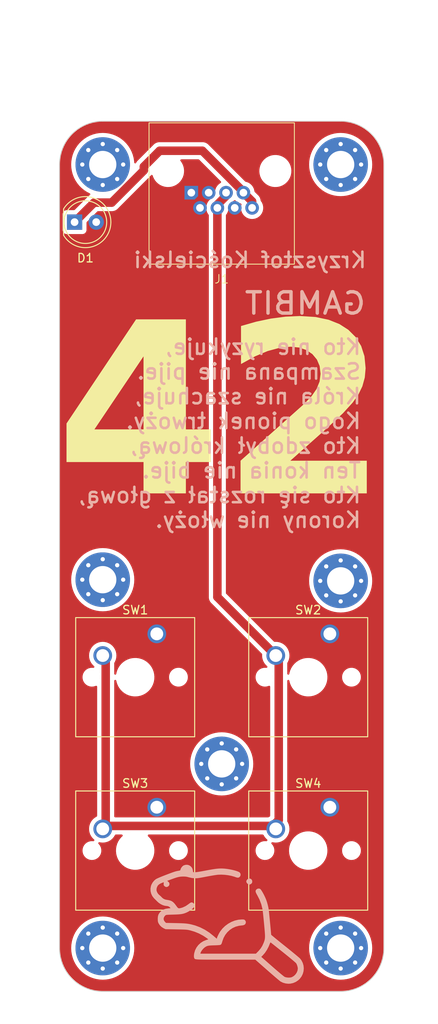
<source format=kicad_pcb>
(kicad_pcb (version 20221018) (generator pcbnew)
  (layers (0 "F.Cu" signal) (31 "B.Cu" signal) (34 "B.Paste" user) (35 "F.Paste" user) (36 "B.SilkS" user "B.Silkscreen") (37 "F.SilkS" user "F.Silkscreen") (38 "B.Mask" user) (39 "F.Mask" user) (44 "Edge.Cuts" user))
  (net 0 "")
  (net 1 "/led_c")
  (net 2 "+5V")
  (net 3 "/button")
  (footprint "Button_Switch_Keyboard:SW_Cherry_MX_1.00u_PCB" (layer "F.Cu") (at 119.38 91.44)
    (fp_text reference "SW2" (at -2.54 -2.794) (layer "F.SilkS"))
    (fp_text value "SW_Push" hide)
    (fp_line (start -9.525 -1.905) (end 4.445 -1.905) (stroke (width 0.12)) (layer "F.SilkS"))
    (fp_line (start -9.525 12.065) (end -9.525 -1.905) (stroke (width 0.12)) (layer "F.SilkS"))
    (fp_line (start 4.445 -1.905) (end 4.445 12.065) (stroke (width 0.12)) (layer "F.SilkS"))
    (fp_line (start 4.445 12.065) (end -9.525 12.065) (stroke (width 0.12)) (layer "F.SilkS"))
    (pad "" np_thru_hole circle (at -7.62 5.08) (size 1.7 1.7) (drill 1.7) (layers "*.Cu" "*.Mask"))
    (pad "" np_thru_hole circle (at -2.54 5.08) (size 4 4) (drill 4) (layers "*.Cu" "*.Mask"))
    (pad "" np_thru_hole circle (at 2.54 5.08) (size 1.7 1.7) (drill 1.7) (layers "*.Cu" "*.Mask"))
    (pad "1" thru_hole circle (at 0 0) (size 2.2 2.2) (drill 1.5) (layers "*.Cu" "*.Mask") (net 2 "+5V"))
    (pad "2" thru_hole circle (at -6.35 2.54) (size 2.2 2.2) (drill 1.5) (layers "*.Cu" "*.Mask") (net 3 "/button"))
  )
  (footprint "LED_THT:LED_D5.0mm" (layer "F.Cu") (at 89.403 43.18)
    (fp_text reference "D1" (at 1.27 4.21) (layer "F.SilkS"))
    (fp_text value "LED")
    (fp_line (start -1.29 -1.545) (end -1.29 1.545) (stroke (width 0.12)) (layer "F.SilkS"))
    (fp_arc (start -1.29 -1.54483) (mid 2.072002 -2.880433) (end 4.26 0.000462) (stroke (width 0.12)) (layer "F.SilkS"))
    (fp_arc (start 4.26 -0.000462) (mid 2.072002 2.880433) (end -1.29 1.54483) (stroke (width 0.12)) (layer "F.SilkS"))
    (fp_circle (center 1.27 0) (end 3.77 0) (stroke (width 0.12)) (fill none) (layer "F.SilkS"))
    (pad "1" thru_hole rect (at 0 0) (size 1.8 1.8) (drill 0.9) (layers "*.Cu" "*.Mask") (net 1 "/led_c"))
    (pad "2" thru_hole circle (at 2.54 0) (size 1.8 1.8) (drill 0.9) (layers "*.Cu" "*.Mask") (net 2 "+5V"))
  )
  (footprint "MountingHole:MountingHole_3.2mm_M3_Pad_Via" (layer "F.Cu") (at 120.65 85.23)
    (fp_text reference "H4" hide)
    (fp_text value "MountingHole_Pad")
    (pad "1" thru_hole circle (at -2.4 0) (size 0.8 0.8) (drill 0.5) (layers "*.Cu" "*.Mask"))
    (pad "1" thru_hole circle (at -1.697056 -1.697056) (size 0.8 0.8) (drill 0.5) (layers "*.Cu" "*.Mask"))
    (pad "1" thru_hole circle (at -1.697056 1.697056) (size 0.8 0.8) (drill 0.5) (layers "*.Cu" "*.Mask"))
    (pad "1" thru_hole circle (at 0 -2.4) (size 0.8 0.8) (drill 0.5) (layers "*.Cu" "*.Mask"))
    (pad "1" thru_hole circle (at 0 0) (size 6.4 6.4) (drill 3.2) (layers "*.Cu" "*.Mask"))
    (pad "1" thru_hole circle (at 0 2.4) (size 0.8 0.8) (drill 0.5) (layers "*.Cu" "*.Mask"))
    (pad "1" thru_hole circle (at 1.697056 -1.697056) (size 0.8 0.8) (drill 0.5) (layers "*.Cu" "*.Mask"))
    (pad "1" thru_hole circle (at 1.697056 1.697056) (size 0.8 0.8) (drill 0.5) (layers "*.Cu" "*.Mask"))
    (pad "1" thru_hole circle (at 2.4 0) (size 0.8 0.8) (drill 0.5) (layers "*.Cu" "*.Mask"))
  )
  (footprint "MountingHole:MountingHole_3.2mm_M3_Pad_Via" (layer "F.Cu") (at 92.71 36.43)
    (fp_text reference "H1" hide)
    (fp_text value "MountingHole_Pad")
    (pad "1" thru_hole circle (at -2.4 0) (size 0.8 0.8) (drill 0.5) (layers "*.Cu" "*.Mask"))
    (pad "1" thru_hole circle (at -1.697056 -1.697056) (size 0.8 0.8) (drill 0.5) (layers "*.Cu" "*.Mask"))
    (pad "1" thru_hole circle (at -1.697056 1.697056) (size 0.8 0.8) (drill 0.5) (layers "*.Cu" "*.Mask"))
    (pad "1" thru_hole circle (at 0 -2.4) (size 0.8 0.8) (drill 0.5) (layers "*.Cu" "*.Mask"))
    (pad "1" thru_hole circle (at 0 0) (size 6.4 6.4) (drill 3.2) (layers "*.Cu" "*.Mask"))
    (pad "1" thru_hole circle (at 0 2.4) (size 0.8 0.8) (drill 0.5) (layers "*.Cu" "*.Mask"))
    (pad "1" thru_hole circle (at 1.697056 -1.697056) (size 0.8 0.8) (drill 0.5) (layers "*.Cu" "*.Mask"))
    (pad "1" thru_hole circle (at 1.697056 1.697056) (size 0.8 0.8) (drill 0.5) (layers "*.Cu" "*.Mask"))
    (pad "1" thru_hole circle (at 2.4 0) (size 0.8 0.8) (drill 0.5) (layers "*.Cu" "*.Mask"))
  )
  (footprint "MountingHole:MountingHole_3.2mm_M3_Pad_Via" (layer "F.Cu") (at 120.65 36.43)
    (fp_text reference "H2" hide)
    (fp_text value "MountingHole_Pad")
    (pad "1" thru_hole circle (at -2.4 0) (size 0.8 0.8) (drill 0.5) (layers "*.Cu" "*.Mask"))
    (pad "1" thru_hole circle (at -1.697056 -1.697056) (size 0.8 0.8) (drill 0.5) (layers "*.Cu" "*.Mask"))
    (pad "1" thru_hole circle (at -1.697056 1.697056) (size 0.8 0.8) (drill 0.5) (layers "*.Cu" "*.Mask"))
    (pad "1" thru_hole circle (at 0 -2.4) (size 0.8 0.8) (drill 0.5) (layers "*.Cu" "*.Mask"))
    (pad "1" thru_hole circle (at 0 0) (size 6.4 6.4) (drill 3.2) (layers "*.Cu" "*.Mask"))
    (pad "1" thru_hole circle (at 0 2.4) (size 0.8 0.8) (drill 0.5) (layers "*.Cu" "*.Mask"))
    (pad "1" thru_hole circle (at 1.697056 -1.697056) (size 0.8 0.8) (drill 0.5) (layers "*.Cu" "*.Mask"))
    (pad "1" thru_hole circle (at 1.697056 1.697056) (size 0.8 0.8) (drill 0.5) (layers "*.Cu" "*.Mask"))
    (pad "1" thru_hole circle (at 2.4 0) (size 0.8 0.8) (drill 0.5) (layers "*.Cu" "*.Mask"))
  )
  (footprint "rj45:rj45_single_RC01374" (layer "F.Cu") (at 106.68 39.0625)
    (fp_text reference "J1" (at 0 10.795 unlocked) (layer "F.SilkS") (effects (font (thickness 0.1))))
    (fp_text value "RJ45")
    (fp_rect (start -8.5344 -7.5184) (end 8.5344 9.0424) (stroke (width 0.1)) (fill none) (layer "F.SilkS"))
    (pad "" np_thru_hole circle (at -6.3 -1.8725) (size 3.25 3.25) (drill 3.25) (layers "*.Cu" "*.Mask"))
    (pad "" np_thru_hole circle (at 6.3 -1.8725) (size 3.25 3.25) (drill 3.25) (layers "*.Cu" "*.Mask"))
    (pad "1" thru_hole roundrect (at -3.57 0.6675 180) (size 1.6 1.6) (drill 0.9) (layers "*.Cu" "*.Mask") (roundrect_rratio 0) (chamfer_ratio 0.25) (chamfer top_left) (net 2 "+5V"))
    (pad "2" thru_hole circle (at -2.55 2.4475 180) (size 1.6 1.6) (drill 0.9) (layers "*.Cu" "*.Mask") (net 2 "+5V"))
    (pad "3" thru_hole circle (at -1.53 0.6675 180) (size 1.6 1.6) (drill 0.9) (layers "*.Cu" "*.Mask") (net 2 "+5V"))
    (pad "4" thru_hole circle (at -0.51 2.4475 180) (size 1.6 1.6) (drill 0.9) (layers "*.Cu" "*.Mask") (net 3 "/button"))
    (pad "5" thru_hole circle (at 0.51 0.6675 180) (size 1.6 1.6) (drill 0.9) (layers "*.Cu" "*.Mask") (net 3 "/button"))
    (pad "6" thru_hole circle (at 1.53 2.4475 180) (size 1.6 1.6) (drill 0.9) (layers "*.Cu" "*.Mask") (net 2 "+5V"))
    (pad "7" thru_hole circle (at 2.55 0.6675 180) (size 1.6 1.6) (drill 0.9) (layers "*.Cu" "*.Mask") (net 1 "/led_c"))
    (pad "8" thru_hole circle (at 3.57 2.4475 180) (size 1.6 1.6) (drill 0.9) (layers "*.Cu" "*.Mask") (net 1 "/led_c"))
  )
  (footprint "MountingHole:MountingHole_3.2mm_M3_Pad_Via" (layer "F.Cu") (at 120.65 128.27)
    (fp_text reference "H6" hide)
    (fp_text value "MountingHole_Pad")
    (pad "1" thru_hole circle (at -2.4 0) (size 0.8 0.8) (drill 0.5) (layers "*.Cu" "*.Mask"))
    (pad "1" thru_hole circle (at -1.697056 -1.697056) (size 0.8 0.8) (drill 0.5) (layers "*.Cu" "*.Mask"))
    (pad "1" thru_hole circle (at -1.697056 1.697056) (size 0.8 0.8) (drill 0.5) (layers "*.Cu" "*.Mask"))
    (pad "1" thru_hole circle (at 0 -2.4) (size 0.8 0.8) (drill 0.5) (layers "*.Cu" "*.Mask"))
    (pad "1" thru_hole circle (at 0 0) (size 6.4 6.4) (drill 3.2) (layers "*.Cu" "*.Mask"))
    (pad "1" thru_hole circle (at 0 2.4) (size 0.8 0.8) (drill 0.5) (layers "*.Cu" "*.Mask"))
    (pad "1" thru_hole circle (at 1.697056 -1.697056) (size 0.8 0.8) (drill 0.5) (layers "*.Cu" "*.Mask"))
    (pad "1" thru_hole circle (at 1.697056 1.697056) (size 0.8 0.8) (drill 0.5) (layers "*.Cu" "*.Mask"))
    (pad "1" thru_hole circle (at 2.4 0) (size 0.8 0.8) (drill 0.5) (layers "*.Cu" "*.Mask"))
  )
  (footprint "MountingHole:MountingHole_3.2mm_M3_Pad_Via" (layer "F.Cu") (at 92.71 85.09)
    (fp_text reference "H3" hide)
    (fp_text value "MountingHole_Pad")
    (pad "1" thru_hole circle (at -2.4 0) (size 0.8 0.8) (drill 0.5) (layers "*.Cu" "*.Mask"))
    (pad "1" thru_hole circle (at -1.697056 -1.697056) (size 0.8 0.8) (drill 0.5) (layers "*.Cu" "*.Mask"))
    (pad "1" thru_hole circle (at -1.697056 1.697056) (size 0.8 0.8) (drill 0.5) (layers "*.Cu" "*.Mask"))
    (pad "1" thru_hole circle (at 0 -2.4) (size 0.8 0.8) (drill 0.5) (layers "*.Cu" "*.Mask"))
    (pad "1" thru_hole circle (at 0 0) (size 6.4 6.4) (drill 3.2) (layers "*.Cu" "*.Mask"))
    (pad "1" thru_hole circle (at 0 2.4) (size 0.8 0.8) (drill 0.5) (layers "*.Cu" "*.Mask"))
    (pad "1" thru_hole circle (at 1.697056 -1.697056) (size 0.8 0.8) (drill 0.5) (layers "*.Cu" "*.Mask"))
    (pad "1" thru_hole circle (at 1.697056 1.697056) (size 0.8 0.8) (drill 0.5) (layers "*.Cu" "*.Mask"))
    (pad "1" thru_hole circle (at 2.4 0) (size 0.8 0.8) (drill 0.5) (layers "*.Cu" "*.Mask"))
  )
  (footprint "Button_Switch_Keyboard:SW_Cherry_MX_1.00u_PCB" (layer "F.Cu") (at 99.06 111.76)
    (fp_text reference "SW3" (at -2.54 -2.794) (layer "F.SilkS"))
    (fp_text value "SW_Push" hide)
    (fp_line (start -9.525 -1.905) (end 4.445 -1.905) (stroke (width 0.12)) (layer "F.SilkS"))
    (fp_line (start -9.525 12.065) (end -9.525 -1.905) (stroke (width 0.12)) (layer "F.SilkS"))
    (fp_line (start 4.445 -1.905) (end 4.445 12.065) (stroke (width 0.12)) (layer "F.SilkS"))
    (fp_line (start 4.445 12.065) (end -9.525 12.065) (stroke (width 0.12)) (layer "F.SilkS"))
    (pad "" np_thru_hole circle (at -7.62 5.08) (size 1.7 1.7) (drill 1.7) (layers "*.Cu" "*.Mask"))
    (pad "" np_thru_hole circle (at -2.54 5.08) (size 4 4) (drill 4) (layers "*.Cu" "*.Mask"))
    (pad "" np_thru_hole circle (at 2.54 5.08) (size 1.7 1.7) (drill 1.7) (layers "*.Cu" "*.Mask"))
    (pad "1" thru_hole circle (at 0 0) (size 2.2 2.2) (drill 1.5) (layers "*.Cu" "*.Mask") (net 2 "+5V"))
    (pad "2" thru_hole circle (at -6.35 2.54) (size 2.2 2.2) (drill 1.5) (layers "*.Cu" "*.Mask") (net 3 "/button"))
  )
  (footprint "Button_Switch_Keyboard:SW_Cherry_MX_1.00u_PCB" (layer "F.Cu") (at 99.06 91.44)
    (fp_text reference "SW1" (at -2.54 -2.794) (layer "F.SilkS"))
    (fp_text value "SW_Push" hide)
    (fp_line (start -9.525 -1.905) (end 4.445 -1.905) (stroke (width 0.12)) (layer "F.SilkS"))
    (fp_line (start -9.525 12.065) (end -9.525 -1.905) (stroke (width 0.12)) (layer "F.SilkS"))
    (fp_line (start 4.445 -1.905) (end 4.445 12.065) (stroke (width 0.12)) (layer "F.SilkS"))
    (fp_line (start 4.445 12.065) (end -9.525 12.065) (stroke (width 0.12)) (layer "F.SilkS"))
    (pad "" np_thru_hole circle (at -7.62 5.08) (size 1.7 1.7) (drill 1.7) (layers "*.Cu" "*.Mask"))
    (pad "" np_thru_hole circle (at -2.54 5.08) (size 4 4) (drill 4) (layers "*.Cu" "*.Mask"))
    (pad "" np_thru_hole circle (at 2.54 5.08) (size 1.7 1.7) (drill 1.7) (layers "*.Cu" "*.Mask"))
    (pad "1" thru_hole circle (at 0 0) (size 2.2 2.2) (drill 1.5) (layers "*.Cu" "*.Mask") (net 2 "+5V"))
    (pad "2" thru_hole circle (at -6.35 2.54) (size 2.2 2.2) (drill 1.5) (layers "*.Cu" "*.Mask") (net 3 "/button"))
  )
  (footprint "Button_Switch_Keyboard:SW_Cherry_MX_1.00u_PCB" (layer "F.Cu") (at 119.38 111.76)
    (fp_text reference "SW4" (at -2.54 -2.794) (layer "F.SilkS"))
    (fp_text value "SW_Push" hide)
    (fp_line (start -9.525 -1.905) (end 4.445 -1.905) (stroke (width 0.12)) (layer "F.SilkS"))
    (fp_line (start -9.525 12.065) (end -9.525 -1.905) (stroke (width 0.12)) (layer "F.SilkS"))
    (fp_line (start 4.445 -1.905) (end 4.445 12.065) (stroke (width 0.12)) (layer "F.SilkS"))
    (fp_line (start 4.445 12.065) (end -9.525 12.065) (stroke (width 0.12)) (layer "F.SilkS"))
    (pad "" np_thru_hole circle (at -7.62 5.08) (size 1.7 1.7) (drill 1.7) (layers "*.Cu" "*.Mask"))
    (pad "" np_thru_hole circle (at -2.54 5.08) (size 4 4) (drill 4) (layers "*.Cu" "*.Mask"))
    (pad "" np_thru_hole circle (at 2.54 5.08) (size 1.7 1.7) (drill 1.7) (layers "*.Cu" "*.Mask"))
    (pad "1" thru_hole circle (at 0 0) (size 2.2 2.2) (drill 1.5) (layers "*.Cu" "*.Mask") (net 2 "+5V"))
    (pad "2" thru_hole circle (at -6.35 2.54) (size 2.2 2.2) (drill 1.5) (layers "*.Cu" "*.Mask") (net 3 "/button"))
  )
  (footprint "MountingHole:MountingHole_3.2mm_M3_Pad_Via" (layer "F.Cu") (at 92.71 128.27)
    (fp_text reference "H5" hide)
    (fp_text value "MountingHole_Pad")
    (pad "1" thru_hole circle (at -2.4 0) (size 0.8 0.8) (drill 0.5) (layers "*.Cu" "*.Mask"))
    (pad "1" thru_hole circle (at -1.697056 -1.697056) (size 0.8 0.8) (drill 0.5) (layers "*.Cu" "*.Mask"))
    (pad "1" thru_hole circle (at -1.697056 1.697056) (size 0.8 0.8) (drill 0.5) (layers "*.Cu" "*.Mask"))
    (pad "1" thru_hole circle (at 0 -2.4) (size 0.8 0.8) (drill 0.5) (layers "*.Cu" "*.Mask"))
    (pad "1" thru_hole circle (at 0 0) (size 6.4 6.4) (drill 3.2) (layers "*.Cu" "*.Mask"))
    (pad "1" thru_hole circle (at 0 2.4) (size 0.8 0.8) (drill 0.5) (layers "*.Cu" "*.Mask"))
    (pad "1" thru_hole circle (at 1.697056 -1.697056) (size 0.8 0.8) (drill 0.5) (layers "*.Cu" "*.Mask"))
    (pad "1" thru_hole circle (at 1.697056 1.697056) (size 0.8 0.8) (drill 0.5) (layers "*.Cu" "*.Mask"))
    (pad "1" thru_hole circle (at 2.4 0) (size 0.8 0.8) (drill 0.5) (layers "*.Cu" "*.Mask"))
  )
  (footprint "MountingHole:MountingHole_3.2mm_M3_Pad_Via" (layer "F.Cu") (at 106.68 106.68)
    (fp_text reference "H7" hide)
    (fp_text value "MountingHole_Pad")
    (pad "1" thru_hole circle (at -2.4 0) (size 0.8 0.8) (drill 0.5) (layers "*.Cu" "*.Mask"))
    (pad "1" thru_hole circle (at -1.697056 -1.697056) (size 0.8 0.8) (drill 0.5) (layers "*.Cu" "*.Mask"))
    (pad "1" thru_hole circle (at -1.697056 1.697056) (size 0.8 0.8) (drill 0.5) (layers "*.Cu" "*.Mask"))
    (pad "1" thru_hole circle (at 0 -2.4) (size 0.8 0.8) (drill 0.5) (layers "*.Cu" "*.Mask"))
    (pad "1" thru_hole circle (at 0 0) (size 6.4 6.4) (drill 3.2) (layers "*.Cu" "*.Mask"))
    (pad "1" thru_hole circle (at 0 2.4) (size 0.8 0.8) (drill 0.5) (layers "*.Cu" "*.Mask"))
    (pad "1" thru_hole circle (at 1.697056 -1.697056) (size 0.8 0.8) (drill 0.5) (layers "*.Cu" "*.Mask"))
    (pad "1" thru_hole circle (at 1.697056 1.697056) (size 0.8 0.8) (drill 0.5) (layers "*.Cu" "*.Mask"))
    (pad "1" thru_hole circle (at 2.4 0) (size 0.8 0.8) (drill 0.5) (layers "*.Cu" "*.Mask"))
  )
  (footprint "LOGO" (layer "B.Cu") (at 107.315 125.476 180)
    (fp_text reference "G***" hide)
    (fp_text value "LOGO" hide)
    (fp_poly (pts (xy -2.473745 5.329351) (xy -2.374291 5.258793) (xy -2.293994 5.151854) (xy -2.253186 5.037463) (xy -2.251524 5.013158) (xy -2.279353 4.904643) (xy -2.349697 4.792977) (xy -2.442839 4.707843) (xy -2.461453 4.697133) (xy -2.565005 4.653361) (xy -2.648851 4.65195) (xy -2.749497 4.692945) (xy -2.758304 4.697503) (xy -2.876906 4.780853) (xy -2.937885 4.88658) (xy -2.954006 5.017156) (xy -2.924912 5.164193) (xy -2.844405 5.276048) (xy -2.726399 5.343677) (xy -2.584806 5.358036)) (fill solid) (layer "B.SilkS"))
    (fp_poly (pts (xy 5.068676 6.910411) (xy 5.128186 6.882376) (xy 5.24535 6.793424) (xy 5.356038 6.663205) (xy 5.440014 6.518918) (xy 5.473111 6.418808) (xy 5.487789 6.358096) (xy 5.514481 6.319932) (xy 5.569466 6.294843) (xy 5.669021 6.273352) (xy 5.74574 6.260129) (xy 5.847457 6.241759) (xy 5.94632 6.22052) (xy 6.050784 6.193604) (xy 6.169303 6.158199) (xy 6.310333 6.111496) (xy 6.482327 6.050684) (xy 6.69374 5.972955) (xy 6.953026 5.875497) (xy 7.268641 5.755501) (xy 7.299861 5.74359) (xy 7.551721 5.645477) (xy 7.789361 5.549131) (xy 8.001901 5.45924) (xy 8.17846 5.380492) (xy 8.308156 5.317575) (xy 8.369125 5.282943) (xy 8.573332 5.111337) (xy 8.751001 4.889883) (xy 8.888068 4.637977) (xy 8.940743 4.494502) (xy 8.997979 4.18914) (xy 8.989322 3.88121) (xy 8.917824 3.582188) (xy 8.786538 3.303547) (xy 8.598516 3.056762) (xy 8.543817 3.002157) (xy 8.424563 2.886946) (xy 8.301121 2.763829) (xy 8.221805 2.682049) (xy 8.025601 2.506597) (xy 7.799604 2.356624) (xy 7.561314 2.240815) (xy 7.32823 2.167852) (xy 7.141531 2.145984) (xy 6.967591 2.123548) (xy 6.816503 2.062223) (xy 6.709885 1.970982) (xy 6.705551 1.965005) (xy 6.647336 1.882133) (xy 6.92759 1.856015) (xy 7.2188 1.810893) (xy 7.459041 1.731709) (xy 7.66165 1.612955) (xy 7.793032 1.498537) (xy 7.950252 1.322219) (xy 8.055008 1.152873) (xy 8.115954 0.969176) (xy 8.141742 0.749806) (xy 8.144183 0.633241) (xy 8.141673 0.465388) (xy 8.13128 0.344321) (xy 8.108708 0.246556) (xy 8.069658 0.14861) (xy 8.046717 0.100562) (xy 7.900948 -0.122101) (xy 7.701384 -0.317075) (xy 7.463357 -0.469788) (xy 7.429153 -0.486354) (xy 7.229501 -0.579423) (xy 5.980609 -0.602194) (xy 5.646298 -0.60854) (xy 5.373276 -0.614575) (xy 5.152482 -0.620921) (xy 4.97485 -0.6282) (xy 4.831317 -0.637034) (xy 4.712821 -0.648047) (xy 4.610296 -0.66186) (xy 4.51468 -0.679095) (xy 4.416909 -0.700375) (xy 4.361832 -0.713335) (xy 3.824224 -0.872107) (xy 3.302456 -1.085379) (xy 2.812877 -1.345676) (xy 2.447841 -1.588282) (xy 2.204407 -1.767408) (xy 2.455018 -1.846864) (xy 2.802749 -1.99178) (xy 3.112544 -2.190727) (xy 3.37895 -2.437065) (xy 3.596514 -2.724153) (xy 3.759781 -3.045351) (xy 3.863299 -3.394018) (xy 3.893053 -3.59789) (xy 3.89833 -3.798155) (xy 3.870914 -3.937445) (xy 3.869787 -3.940211) (xy 3.856642 -3.974242) (xy 3.844345 -4.004411) (xy 3.828815 -4.030951) (xy 3.805975 -4.054094) (xy 3.771744 -4.07407) (xy 3.722043 -4.091114) (xy 3.652795 -4.105456) (xy 3.559919 -4.117328) (xy 3.439336 -4.126963) (xy 3.286967 -4.134592) (xy 3.098734 -4.140448) (xy 2.870557 -4.144762) (xy 2.598357 -4.147766) (xy 2.278055 -4.149693) (xy 1.905572 -4.150774) (xy 1.476829 -4.151241) (xy 0.987746 -4.151326) (xy 0.434245 -4.151262) (xy 0.159003 -4.151246) (xy -3.309034 -4.151246) (xy -4.700182 -5.373753) (xy -4.972583 -5.612295) (xy -5.234297 -5.839881) (xy -5.479593 -6.051632) (xy -5.702736 -6.242674) (xy -5.897994 -6.408129) (xy -6.059634 -6.543121) (xy -6.181923 -6.642773) (xy -6.259127 -6.702209) (xy -6.273435 -6.711977) (xy -6.551898 -6.85056) (xy -6.864338 -6.939531) (xy -7.19086 -6.974535) (xy -7.423774 -6.963843) (xy -7.754493 -6.891635) (xy -8.069447 -6.757025) (xy -8.353626 -6.567665) (xy -8.534622 -6.397508) (xy -8.740882 -6.123245) (xy -8.888053 -5.821753) (xy -8.975975 -5.502441) (xy -9.003241 -5.189058) (xy -8.302493 -5.189058) (xy -8.269069 -5.430036) (xy -8.175226 -5.663935) (xy -8.030608 -5.877217) (xy -7.844859 -6.056345) (xy -7.627623 -6.187785) (xy -7.575595 -6.209326) (xy -7.415527 -6.245594) (xy -7.219606 -6.254636) (xy -7.016203 -6.237966) (xy -6.833688 -6.197098) (xy -6.753664 -6.165434) (xy -6.695613 -6.126885) (xy -6.590828 -6.04654) (xy -6.445196 -5.929311) (xy -6.264604 -5.780108) (xy -6.05494 -5.603844) (xy -5.822091 -5.405428) (xy -5.571943 -5.189772) (xy -5.310385 -4.961787) (xy -5.302749 -4.955094) (xy -4.011052 -3.822679) (xy -4.175149 -3.661547) (xy -4.437143 -3.363263) (xy -4.674545 -3.010903) (xy -4.878397 -2.618989) (xy -4.995443 -2.331361) (xy -5.047074 -2.207519) (xy -5.089985 -2.142494) (xy -5.114368 -2.135755) (xy -5.148731 -2.16167) (xy -5.232777 -2.227359) (xy -5.361242 -2.328646) (xy -5.528863 -2.461358) (xy -5.730377 -2.621318) (xy -5.960522 -2.804353) (xy -6.214033 -3.006286) (xy -6.485647 -3.222942) (xy -6.596261 -3.311258) (xy -6.894249 -3.550374) (xy -7.170883 -3.774586) (xy -7.421363 -3.979869) (xy -7.640888 -4.162202) (xy -7.824658 -4.31756) (xy -7.967872 -4.441923) (xy -8.06573 -4.531267) (xy -8.11343 -4.581569) (xy -8.115039 -4.583948) (xy -8.184054 -4.720636) (xy -8.244697 -4.888702) (xy -8.287362 -5.05714) (xy -8.302493 -5.189058) (xy -9.003241 -5.189058) (xy -9.004489 -5.174717) (xy -8.973436 -4.847987) (xy -8.882657 -4.531661) (xy -8.731992 -4.235145) (xy -8.574769 -4.025904) (xy -8.5202 -3.973146) (xy -8.415846 -3.881237) (xy -8.267127 -3.754653) (xy -8.079462 -3.597869) (xy -7.858269 -3.415361) (xy -7.608968 -3.211604) (xy -7.336977 -2.991073) (xy -7.047716 -2.758243) (xy -6.798546 -2.558981) (xy -6.504713 -2.32415) (xy -6.227937 -2.101894) (xy -5.973021 -1.896139) (xy -5.744769 -1.710815) (xy -5.547986 -1.54985) (xy -5.387475 -1.417172) (xy -5.268041 -1.31671) (xy -5.194487 -1.252391) (xy -5.171468 -1.228478) (xy -5.168089 -1.172098) (xy -5.158553 -1.055057) (xy -5.143762 -0.8867) (xy -5.124617 -0.676373) (xy -5.102022 -0.433421) (xy -5.076877 -0.167187) (xy -5.050086 0.112982) (xy -5.022549 0.397743) (xy -4.99517 0.67775) (xy -4.96885 0.943658) (xy -4.944491 1.186123) (xy -4.922995 1.3958) (xy -4.905264 1.563344) (xy -4.8922 1.67941) (xy -4.886493 1.723823) (xy -4.836056 2.000143) (xy -4.764043 2.305177) (xy -4.67909 2.60551) (xy -4.593226 2.858783) (xy -4.509423 3.064235) (xy -4.410885 3.279556) (xy -4.303832 3.493611) (xy -4.194485 3.695269) (xy -4.089063 3.873397) (xy -3.993787 4.016861) (xy -3.914876 4.114528) (xy -3.871679 4.150244) (xy -3.730128 4.189004) (xy -3.582646 4.168461) (xy -3.454216 4.092517) (xy -3.44494 4.083593) (xy -3.375512 3.996912) (xy -3.343967 3.905044) (xy -3.351812 3.79665) (xy -3.400556 3.660394) (xy -3.491706 3.484938) (xy -3.534332 3.411448) (xy -3.804968 2.887884) (xy -4.010131 2.345442) (xy -4.147734 1.789849) (xy -4.168008 1.671053) (xy -4.182516 1.564387) (xy -4.202297 1.397532) (xy -4.226311 1.180375) (xy -4.253515 0.922804) (xy -4.282868 0.634705) (xy -4.313328 0.325967) (xy -4.343854 0.006476) (xy -4.347759 -0.03518) (xy -4.382915 -0.414919) (xy -4.410923 -0.73271) (xy -4.431572 -0.996621) (xy -4.444656 -1.214722) (xy -4.449964 -1.395081) (xy -4.44729 -1.545768) (xy -4.436423 -1.67485) (xy -4.417156 -1.790396) (xy -4.38928 -1.900476) (xy -4.352587 -2.013159) (xy -4.306867 -2.136512) (xy -4.292487 -2.173889) (xy -4.137977 -2.518529) (xy -3.953919 -2.818334) (xy -3.724881 -3.097402) (xy -3.652683 -3.172976) (xy -3.382789 -3.447645) (xy -0.122068 -3.447645) (xy 3.138652 -3.447645) (xy 3.115778 -3.3509) (xy 3.066042 -3.228951) (xy 2.975731 -3.083535) (xy 2.859709 -2.934506) (xy 2.732842 -2.80172) (xy 2.656094 -2.736888) (xy 2.540894 -2.654768) (xy 2.433184 -2.592468) (xy 2.320209 -2.546997) (xy 2.189211 -2.515363) (xy 2.027435 -2.494576) (xy 1.822123 -2.481643) (xy 1.56052 -2.473574) (xy 1.530332 -2.47291) (xy 1.319337 -2.466409) (xy 1.12676 -2.4568) (xy 0.966113 -2.445044) (xy 0.850906 -2.4321) (xy 0.799001 -2.420959) (xy 0.734333 -2.387926) (xy 0.684381 -2.338062) (xy 0.641419 -2.257683) (xy 0.597719 -2.133105) (xy 0.557076 -1.992579) (xy 0.414987 -1.602123) (xy 0.217779 -1.247318) (xy -0.02864 -0.93314) (xy -0.318363 -0.664565) (xy -0.645481 -0.446568) (xy -1.004086 -0.284127) (xy -1.388269 -0.182217) (xy -1.627971 -0.152242) (xy -1.831605 -0.129379) (xy -1.978079 -0.091928) (xy -2.080013 -0.034346) (xy -2.150025 0.048915) (xy -2.169647 0.085828) (xy -2.20665 0.232364) (xy -2.17386 0.37015) (xy -2.093382 0.477961) (xy -2.042479 0.521206) (xy -1.98402 0.546753) (xy -1.898587 0.559111) (xy -1.766761 0.562789) (xy -1.727722 0.562881) (xy -1.313552 0.528791) (xy -0.900631 0.429962) (xy -0.498236 0.271555) (xy -0.115642 0.058733) (xy 0.237875 -0.203344) (xy 0.553039 -0.509513) (xy 0.820575 -0.854612) (xy 0.821161 -0.855496) (xy 0.899283 -0.982774) (xy 0.981453 -1.132007) (xy 1.05993 -1.28713) (xy 1.126971 -1.432077) (xy 1.174834 -1.550785) (xy 1.195778 -1.627189) (xy 1.196122 -1.633567) (xy 1.205662 -1.681947) (xy 1.214343 -1.688642) (xy 1.246052 -1.666666) (xy 1.319814 -1.606562) (xy 1.425201 -1.517066) (xy 1.551785 -1.406916) (xy 1.574939 -1.386521) (xy 2.080147 -0.984331) (xy 2.616489 -0.640493) (xy 3.178119 -0.358038) (xy 3.75919 -0.139995) (xy 4.214539 -0.018266) (xy 4.384421 0.017479) (xy 4.545462 0.046604) (xy 4.708461 0.070011) (xy 4.884217 0.088602) (xy 5.083529 0.103276) (xy 5.317196 0.114936) (xy 5.596018 0.124482) (xy 5.930792 0.132815) (xy 6.056985 0.135486) (xy 7.171173 0.158311) (xy 7.265245 0.246261) (xy 7.393445 0.404642) (xy 7.452867 0.571582) (xy 7.44351 0.740809) (xy 7.365375 0.906047) (xy 7.265253 1.020222) (xy 7.234217 1.04776) (xy 7.201281 1.069104) (xy 7.157263 1.085327) (xy 7.09298 1.097504) (xy 6.99925 1.106706) (xy 6.866892 1.114009) (xy 6.686722 1.120484) (xy 6.449559 1.127205) (xy 6.320844 1.130622) (xy 5.993761 1.141164) (xy 5.725094 1.155038) (xy 5.502911 1.174154) (xy 5.315282 1.200419) (xy 5.150276 1.235741) (xy 4.995962 1.282028) (xy 4.84041 1.341188) (xy 4.743151 1.382935) (xy 4.550736 1.480138) (xy 4.358959 1.598201) (xy 4.179581 1.727679) (xy 4.024364 1.859127) (xy 3.905065 1.9831) (xy 3.833447 2.090152) (xy 3.821495 2.123153) (xy 3.820839 2.251743) (xy 3.872609 2.375162) (xy 3.962473 2.478144) (xy 4.0761 2.545426) (xy 4.199158 2.561744) (xy 4.22831 2.55643) (xy 4.295265 2.524809) (xy 4.396202 2.460237) (xy 4.51158 2.375432) (xy 4.535633 2.356389) (xy 4.865392 2.13002) (xy 5.205121 1.971721) (xy 5.372849 1.919827) (xy 5.521943 1.882888) (xy 5.630284 1.867175) (xy 5.713441 1.879568) (xy 5.786984 1.926948) (xy 5.86648 2.016193) (xy 5.967499 2.154184) (xy 5.996859 2.195578) (xy 6.166878 2.417306) (xy 6.327868 2.582392) (xy 6.494721 2.700363) (xy 6.682329 2.780745) (xy 6.905584 2.833066) (xy 7.019378 2.849706) (xy 7.252129 2.894198) (xy 7.437182 2.967362) (xy 7.594585 3.078879) (xy 7.687919 3.172453) (xy 7.791702 3.278327) (xy 7.903277 3.378426) (xy 7.955813 3.419777) (xy 8.092983 3.553728) (xy 8.206747 3.72805) (xy 8.278458 3.912914) (xy 8.286019 3.948011) (xy 8.289177 4.135751) (xy 8.240359 4.333295) (xy 8.147452 4.513473) (xy 8.106345 4.566978) (xy 7.9886 4.675428) (xy 7.827457 4.770225) (xy 7.724574 4.816341) (xy 7.601161 4.867002) (xy 7.505066 4.905105) (xy 7.452748 4.924166) (xy 7.448191 4.925208) (xy 7.442717 4.893751) (xy 7.44506 4.813348) (xy 7.450066 4.750922) (xy 7.455673 4.640033) (xy 7.43879 4.566894) (xy 7.389292 4.499992) (xy 7.359658 4.469482) (xy 7.23108 4.380724) (xy 7.095501 4.361364) (xy 6.95784 4.411456) (xy 6.88785 4.464267) (xy 6.810981 4.546978) (xy 6.778761 4.63251) (xy 6.773759 4.715242) (xy 6.782218 4.816752) (xy 6.817971 4.891342) (xy 6.896586 4.970428) (xy 6.902948 4.975951) (xy 7.032136 5.087625) (xy 6.479988 5.291412) (xy 6.193192 5.394339) (xy 5.955825 5.471751) (xy 5.753131 5.526954) (xy 5.570352 5.563253) (xy 5.392731 5.583955) (xy 5.205511 5.592364) (xy 5.133692 5.593018) (xy 4.924313 5.587187) (xy 4.747895 5.565331) (xy 4.567868 5.522197) (xy 4.500451 5.502096) (xy 4.131923 5.419618) (xy 3.852216 5.392594) (xy 3.745812 5.388302) (xy 3.646633 5.387889) (xy 3.544597 5.392676) (xy 3.429619 5.403985) (xy 3.291615 5.423137) (xy 3.120503 5.451452) (xy 2.906198 5.490254) (xy 2.638617 5.540862) (xy 2.462604 5.574687) (xy 2.180382 5.627692) (xy 1.901577 5.677488) (xy 1.638983 5.72198) (xy 1.405395 5.759072) (xy 1.213607 5.786669) (xy 1.076415 5.802675) (xy 1.063935 5.803741) (xy 0.68558 5.815457) (xy 0.282448 5.79485) (xy -0.124319 5.744795) (xy -0.513576 5.66817) (xy -0.86418 5.567852) (xy -0.978562 5.525823) (xy -1.157602 5.468926) (xy -1.296505 5.458647) (xy -1.407982 5.495151) (xy -1.458631 5.532064) (xy -1.550602 5.652273) (xy -1.586982 5.790833) (xy -1.568488 5.929425) (xy -1.495838 6.049728) (xy -1.436402 6.0993) (xy -1.300714 6.16847) (xy -1.108035 6.239418) (xy -0.87157 6.309099) (xy -0.604521 6.374468) (xy -0.320093 6.43248) (xy -0.031489 6.48009) (xy 0.248085 6.514254) (xy 0.422772 6.528046) (xy 0.612132 6.535825) (xy 0.799577 6.535842) (xy 0.99463 6.527003) (xy 1.206811 6.508213) (xy 1.445639 6.478379) (xy 1.720635 6.436407) (xy 2.041319 6.381203) (xy 2.417211 6.311672) (xy 2.585734 6.279493) (xy 2.950831 6.211188) (xy 3.256267 6.158086) (xy 3.4999 6.120515) (xy 3.67959 6.098805) (xy 3.793196 6.093282) (xy 3.799099 6.093535) (xy 3.992242 6.10374) (xy 4.018922 6.290081) (xy 4.059479 6.476382) (xy 4.129252 6.623244) (xy 4.243096 6.760108) (xy 4.268913 6.785471) (xy 4.440333 6.903735) (xy 4.640588 6.965087) (xy 4.854946 6.967866)) (fill solid) (layer "B.SilkS"))
  )
  (gr_line (start 87.63 128.27) (end 87.63 36.43) (stroke (width 0.1)) (layer "Edge.Cuts"))
  (gr_line (start 92.71 31.35) (end 120.65 31.35) (stroke (width 0.1)) (layer "Edge.Cuts"))
  (gr_arc (start 92.71 133.35) (mid 89.117898 131.862102) (end 87.63 128.27) (stroke (width 0.1)) (layer "Edge.Cuts"))
  (gr_arc (start 87.63 36.43) (mid 89.117898 32.837898) (end 92.71 31.35) (stroke (width 0.1)) (layer "Edge.Cuts"))
  (gr_arc (start 120.65 31.35) (mid 124.242102 32.837898) (end 125.73 36.43) (stroke (width 0.1)) (layer "Edge.Cuts"))
  (gr_line (start 120.65 133.35) (end 92.71 133.35) (stroke (width 0.1)) (layer "Edge.Cuts"))
  (gr_line (start 125.73 36.43) (end 125.73 128.27) (stroke (width 0.1)) (layer "Edge.Cuts"))
  (gr_arc (start 125.73 128.27) (mid 124.242102 131.862102) (end 120.65 133.35) (stroke (width 0.1)) (layer "Edge.Cuts"))
  (gr_text "Kto nie ryzykuje,\nSzampana nie pije.\nKróla nie szachuje,\nKogo pionek trwoży.\nKto zdobył królową,\nTen konia nie bije.\nKto się rozstał z głową,\nKorony nie włoży." (at 123.19 67.945) (layer "B.SilkS") (effects (font (size 1.8 1.8) (thickness 0.3) bold) (justify left mirror)))
  (gr_text "Krzysztof Kościelski" (at 123.825 47.625) (layer "B.SilkS") (effects (font (size 1.8 1.8) (thickness 0.3) bold) (justify left mirror)))
  (gr_text "GAMBIT" (at 123.825 52.705) (layer "B.SilkS") (effects (font (size 2.5 2.7) (thickness 0.4) bold) (justify left mirror)))
  (gr_text "42" (at 106.68 66.675) (layer "F.SilkS") (effects (font (size 20 20) (thickness 4) bold)))
  (segment (start 97.536 36.675243) (end 99.396243 34.815) (width 1) (layer "F.Cu") (net 1))
  (segment (start 109.23 39.73) (end 110.25 40.75) (width 1) (layer "F.Cu") (net 1))
  (segment (start 99.396243 34.815) (end 104.4088 34.815) (width 1) (layer "F.Cu") (net 1))
  (segment (start 89.403 43.18) (end 91.689 40.894) (width 1) (layer "F.Cu") (net 1))
  (segment (start 97.536 37.119433) (end 97.536 36.675243) (width 1) (layer "F.Cu") (net 1))
  (segment (start 93.761433 40.894) (end 97.536 37.119433) (width 1) (layer "F.Cu") (net 1))
  (segment (start 109.23 39.6362) (end 109.23 39.73) (width 1) (layer "F.Cu") (net 1))
  (segment (start 104.4088 34.815) (end 109.23 39.6362) (width 1) (layer "F.Cu") (net 1))
  (segment (start 110.25 40.75) (end 110.25 41.51) (width 1) (layer "F.Cu") (net 1))
  (segment (start 91.689 40.894) (end 93.761433 40.894) (width 1) (layer "F.Cu") (net 1))
  (segment (start 107.19 39.73) (end 107.19 40.1101) (width 1) (layer "F.Cu") (net 3))
  (segment (start 93.0575 94.3275) (end 93.0575 113.9525) (width 1) (layer "F.Cu") (net 3))
  (segment (start 93.0575 113.9525) (end 112.6825 113.9525) (width 1) (layer "F.Cu") (net 3))
  (segment (start 112.6825 113.9525) (end 113.3775 113.2575) (width 1) (layer "F.Cu") (net 3))
  (segment (start 113.3775 94.3275) (end 113.03 93.98) (width 1) (layer "F.Cu") (net 3))
  (segment (start 107.19 40.1101) (end 106.17 41.1301) (width 1) (layer "F.Cu") (net 3))
  (segment (start 112.6825 113.9525) (end 113.03 114.3) (width 1) (layer "F.Cu") (net 3))
  (segment (start 113.3775 113.2575) (end 113.3775 94.3275) (width 1) (layer "F.Cu") (net 3))
  (segment (start 106.17 41.1301) (end 106.17 41.51) (width 1) (layer "F.Cu") (net 3))
  (segment (start 92.71 93.98) (end 93.0575 94.3275) (width 1) (layer "F.Cu") (net 3))
  (segment (start 106.17 87.12) (end 106.17 41.51) (width 1) (layer "F.Cu") (net 3))
  (segment (start 93.0575 113.9525) (end 92.71 114.3) (width 1) (layer "F.Cu") (net 3))
  (segment (start 113.03 93.98) (end 106.17 87.12) (width 1) (layer "F.Cu") (net 3))
  (zone (net 2) (net_name "+5V") (layer "F.Cu") (connect_pads yes (clearance 0.5)) (min_thickness 0.25) (fill yes (thermal_gap 0.5) (thermal_bridge_width 0.5))
    (polygon (pts (xy 80.645 17.145) (xy 131.445 17.145) (xy 132.08 137.16) (xy 81.28 137.16)))
  )
)
</source>
